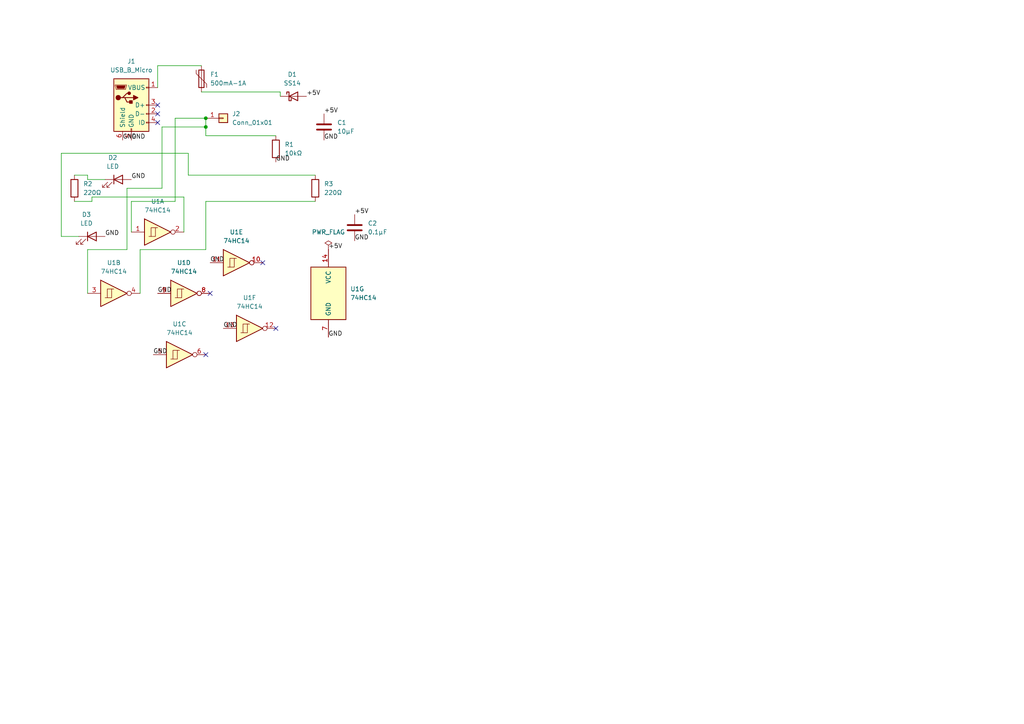
<source format=kicad_sch>
(kicad_sch (version 20231120) (generator "eeschema") (generator_version "8.0")
  (paper "A4")
  (lib_symbols
    (symbol "74xx:74HC14" (pin_names (offset 1.016))
      (property "Reference" "U" (at 0 1.27 0))
      (property "Value" "74HC14" (at 0 -1.27 0))
      (symbol "74HC14_1_0"
        (polyline (pts (xy -3.81 3.81) (xy -3.81 -3.81) (xy 3.81 0) (xy -3.81 3.81)) (stroke (width 0.254)) (fill (type background)))
        (pin input line (at -7.62 0 0) (length 3.81) (name "~") (number "1"))
        (pin output inverted (at 7.62 0 180) (length 3.81) (name "~") (number "2"))
      )
      (symbol "74HC14_1_1"
        (polyline (pts (xy -1.905 -1.27) (xy -1.905 1.27) (xy -0.635 1.27)))
        (polyline (pts (xy -2.54 -1.27) (xy -0.635 -1.27) (xy -0.635 1.27) (xy 0 1.27)))
      )
      (symbol "74HC14_2_0"
        (polyline (pts (xy -3.81 3.81) (xy -3.81 -3.81) (xy 3.81 0) (xy -3.81 3.81)) (stroke (width 0.254)) (fill (type background)))
        (pin input line (at -7.62 0 0) (length 3.81) (name "~") (number "3"))
        (pin output inverted (at 7.62 0 180) (length 3.81) (name "~") (number "4"))
      )
      (symbol "74HC14_2_1"
        (polyline (pts (xy -1.905 -1.27) (xy -1.905 1.27) (xy -0.635 1.27)))
        (polyline (pts (xy -2.54 -1.27) (xy -0.635 -1.27) (xy -0.635 1.27) (xy 0 1.27)))
      )
      (symbol "74HC14_3_0"
        (polyline (pts (xy -3.81 3.81) (xy -3.81 -3.81) (xy 3.81 0) (xy -3.81 3.81)) (stroke (width 0.254)) (fill (type background)))
        (pin input line (at -7.62 0 0) (length 3.81) (name "~") (number "5"))
        (pin output inverted (at 7.62 0 180) (length 3.81) (name "~") (number "6"))
      )
      (symbol "74HC14_3_1"
        (polyline (pts (xy -1.905 -1.27) (xy -1.905 1.27) (xy -0.635 1.27)))
        (polyline (pts (xy -2.54 -1.27) (xy -0.635 -1.27) (xy -0.635 1.27) (xy 0 1.27)))
      )
      (symbol "74HC14_4_0"
        (polyline (pts (xy -3.81 3.81) (xy -3.81 -3.81) (xy 3.81 0) (xy -3.81 3.81)) (stroke (width 0.254)) (fill (type background)))
        (pin output inverted (at 7.62 0 180) (length 3.81) (name "~") (number "8"))
        (pin input line (at -7.62 0 0) (length 3.81) (name "~") (number "9"))
      )
      (symbol "74HC14_4_1"
        (polyline (pts (xy -1.905 -1.27) (xy -1.905 1.27) (xy -0.635 1.27)))
        (polyline (pts (xy -2.54 -1.27) (xy -0.635 -1.27) (xy -0.635 1.27) (xy 0 1.27)))
      )
      (symbol "74HC14_5_0"
        (polyline (pts (xy -3.81 3.81) (xy -3.81 -3.81) (xy 3.81 0) (xy -3.81 3.81)) (stroke (width 0.254)) (fill (type background)))
        (pin output inverted (at 7.62 0 180) (length 3.81) (name "~") (number "10"))
        (pin input line (at -7.62 0 0) (length 3.81) (name "~") (number "11"))
      )
      (symbol "74HC14_5_1"
        (polyline (pts (xy -1.905 -1.27) (xy -1.905 1.27) (xy -0.635 1.27)))
        (polyline (pts (xy -2.54 -1.27) (xy -0.635 -1.27) (xy -0.635 1.27) (xy 0 1.27)))
      )
      (symbol "74HC14_6_0"
        (polyline (pts (xy -3.81 3.81) (xy -3.81 -3.81) (xy 3.81 0) (xy -3.81 3.81)) (stroke (width 0.254)) (fill (type background)))
        (pin output inverted (at 7.62 0 180) (length 3.81) (name "~") (number "12"))
        (pin input line (at -7.62 0 0) (length 3.81) (name "~") (number "13"))
      )
      (symbol "74HC14_6_1"
        (polyline (pts (xy -1.905 -1.27) (xy -1.905 1.27) (xy -0.635 1.27)))
        (polyline (pts (xy -2.54 -1.27) (xy -0.635 -1.27) (xy -0.635 1.27) (xy 0 1.27)))
      )
      (symbol "74HC14_7_0"
        (pin power_in line (at 0 12.7 270) (length 5.08) (name "VCC") (number "14"))
        (pin power_in line (at 0 -12.7 90) (length 5.08) (name "GND") (number "7"))
      )
      (symbol "74HC14_7_1"
        (rectangle (start -5.08 7.62) (end 5.08 -7.62) (stroke (width 0.254)) (fill (type background)))
      )
    )
    (symbol "Connector:USB_B_Micro" (pin_names (offset 1.016))
      (property "Reference" "J" (at -5.08 11.43 0))
      (property "Value" "USB_B_Micro" (at -5.08 8.89 0))
      (symbol "USB_B_Micro_0_1"
        (rectangle (start -5.08 -7.62) (end 5.08 7.62) (stroke (width 0.254)) (fill (type background)))
        (circle (center -3.81 2.159) (radius 0.635) (stroke (width 0.254)) (fill (type outline)))
        (circle (center -0.635 3.429) (radius 0.381) (stroke (width 0.254)) (fill (type outline)))
        (rectangle (start -0.127 -7.62) (end 0.127 -6.858))
        (polyline (pts (xy -1.905 2.159) (xy 0.635 2.159)) (stroke (width 0.254)))
        (polyline (pts (xy -3.175 2.159) (xy -2.54 2.159) (xy -1.27 3.429) (xy -0.635 3.429)) (stroke (width 0.254)))
        (polyline (pts (xy -2.54 2.159) (xy -1.905 2.159) (xy -1.27 0.889) (xy 0 0.889)) (stroke (width 0.254)))
        (polyline (pts (xy 0.635 2.794) (xy 0.635 1.524) (xy 1.905 2.159) (xy 0.635 2.794)) (stroke (width 0.254)) (fill (type outline)))
        (polyline (pts (xy -4.318 5.588) (xy -1.778 5.588) (xy -2.032 4.826) (xy -4.064 4.826) (xy -4.318 5.588)) (fill (type outline)))
        (polyline (pts (xy -4.699 5.842) (xy -4.699 5.588) (xy -4.445 4.826) (xy -4.445 4.572) (xy -1.651 4.572) (xy -1.651 4.826) (xy -1.397 5.588) (xy -1.397 5.842) (xy -4.699 5.842)))
        (rectangle (start 0.254 1.27) (end -0.508 0.508) (stroke (width 0.254)) (fill (type outline)))
        (rectangle (start 5.08 -5.207) (end 4.318 -4.953))
        (rectangle (start 5.08 -2.667) (end 4.318 -2.413))
        (rectangle (start 5.08 -0.127) (end 4.318 0.127))
        (rectangle (start 5.08 4.953) (end 4.318 5.207))
      )
      (symbol "USB_B_Micro_1_1"
        (pin power_out line (at 7.62 5.08 180) (length 2.54) (name "VBUS") (number "1"))
        (pin bidirectional line (at 7.62 -2.54 180) (length 2.54) (name "D-") (number "2"))
        (pin bidirectional line (at 7.62 0 180) (length 2.54) (name "D+") (number "3"))
        (pin passive line (at 7.62 -5.08 180) (length 2.54) (name "ID") (number "4"))
        (pin power_out line (at 0 -10.16 90) (length 2.54) (name "GND") (number "5"))
        (pin passive line (at -2.54 -10.16 90) (length 2.54) (name "Shield") (number "6"))
      )
    )
    (symbol "Connector_Generic:Conn_01x01" (pin_names (offset 1.016) hide)
      (property "Reference" "J" (at 0 2.54 0))
      (property "Value" "Conn_01x01" (at 0 -2.54 0))
      (symbol "Conn_01x01_1_1"
        (rectangle (start -1.27 0.127) (end 0 -0.127) (stroke (width 0.1524)))
        (rectangle (start -1.27 1.27) (end 1.27 -1.27) (stroke (width 0.254)) (fill (type background)))
        (pin passive line (at -5.08 0 0) (length 3.81) (name "Pin_1") (number "1"))
      )
    )
    (symbol "Device:C" (pin_numbers hide) (pin_names (offset 0.254))
      (property "Reference" "C" (at 0.635 2.54 0))
      (property "Value" "C" (at 0.635 -2.54 0))
      (symbol "C_0_1"
        (polyline (pts (xy -2.032 -0.762) (xy 2.032 -0.762)) (stroke (width 0.508)))
        (polyline (pts (xy -2.032 0.762) (xy 2.032 0.762)) (stroke (width 0.508)))
      )
      (symbol "C_1_1"
        (pin passive line (at 0 3.81 270) (length 2.794) (name "~") (number "1"))
        (pin passive line (at 0 -3.81 90) (length 2.794) (name "~") (number "2"))
      )
    )
    (symbol "Device:D_Schottky" (pin_numbers hide) (pin_names (offset 1.016) hide)
      (property "Reference" "D" (at 0 2.54 0))
      (property "Value" "D_Schottky" (at 0 -2.54 0))
      (symbol "D_Schottky_0_1"
        (polyline (pts (xy 1.27 0) (xy -1.27 0)))
        (polyline (pts (xy 1.27 1.27) (xy 1.27 -1.27) (xy -1.27 0) (xy 1.27 1.27)) (stroke (width 0.254)))
        (polyline (pts (xy -1.905 0.635) (xy -1.905 1.27) (xy -1.27 1.27) (xy -1.27 -1.27) (xy -0.635 -1.27) (xy -0.635 -0.635)) (stroke (width 0.254)))
      )
      (symbol "D_Schottky_1_1"
        (pin passive line (at -3.81 0 0) (length 2.54) (name "K") (number "1"))
        (pin passive line (at 3.81 0 180) (length 2.54) (name "A") (number "2"))
      )
    )
    (symbol "Device:LED" (pin_numbers hide) (pin_names (offset 1.016) hide)
      (property "Reference" "D" (at 0 2.54 0))
      (property "Value" "LED" (at 0 -2.54 0))
      (symbol "LED_0_1"
        (polyline (pts (xy -1.27 -1.27) (xy -1.27 1.27)) (stroke (width 0.254)))
        (polyline (pts (xy -1.27 0) (xy 1.27 0)))
        (polyline (pts (xy 1.27 -1.27) (xy 1.27 1.27) (xy -1.27 0) (xy 1.27 -1.27)) (stroke (width 0.254)))
        (polyline (pts (xy -3.048 -0.762) (xy -4.572 -2.286) (xy -3.81 -2.286) (xy -4.572 -2.286) (xy -4.572 -1.524)))
        (polyline (pts (xy -1.778 -0.762) (xy -3.302 -2.286) (xy -2.54 -2.286) (xy -3.302 -2.286) (xy -3.302 -1.524)))
      )
      (symbol "LED_1_1"
        (pin passive line (at -3.81 0 0) (length 2.54) (name "K") (number "1"))
        (pin passive line (at 3.81 0 180) (length 2.54) (name "A") (number "2"))
      )
    )
    (symbol "Device:Polyfuse" (pin_numbers hide) (pin_names (offset 0))
      (property "Reference" "F" (at -2.54 0 90))
      (property "Value" "Polyfuse" (at 2.54 0 90))
      (symbol "Polyfuse_0_1"
        (rectangle (start -0.762 2.54) (end 0.762 -2.54) (stroke (width 0.254)))
        (polyline (pts (xy 0 2.54) (xy 0 -2.54)))
        (polyline (pts (xy -1.524 2.54) (xy -1.524 1.524) (xy 1.524 -1.524) (xy 1.524 -2.54)))
      )
      (symbol "Polyfuse_1_1"
        (pin passive line (at 0 3.81 270) (length 1.27) (name "~") (number "1"))
        (pin passive line (at 0 -3.81 90) (length 1.27) (name "~") (number "2"))
      )
    )
    (symbol "Device:R" (pin_numbers hide) (pin_names (offset 0))
      (property "Reference" "R" (at 2.032 0 90))
      (property "Value" "R" (at 0 0 90))
      (symbol "R_0_1"
        (rectangle (start -1.016 -2.54) (end 1.016 2.54) (stroke (width 0.254)))
      )
      (symbol "R_1_1"
        (pin passive line (at 0 3.81 270) (length 1.27) (name "~") (number "1"))
        (pin passive line (at 0 -3.81 90) (length 1.27) (name "~") (number "2"))
      )
    )
    (symbol "power:PWR_FLAG" (power) (pin_numbers hide) (pin_names (offset 0) hide)
      (property "Value" "PWR_FLAG" (at 0 3.81 0))
      (symbol "PWR_FLAG_0_0"
        (pin power_out line (at 0 0 90) (length 0) (name "~") (number "1"))
      )
      (symbol "PWR_FLAG_0_1"
        (polyline (pts (xy 0 0) (xy 0 1.27) (xy -1.016 1.905) (xy 0 2.54) (xy 1.016 1.905) (xy 0 1.27)))
      )
    )
  )
  (junction (at 59.69 36.83))
  (junction (at 59.69 34.29))
  (no_connect (at 45.72 30.48))
  (no_connect (at 45.72 35.56))
  (no_connect (at 60.96 85.09))
  (no_connect (at 76.2 76.2))
  (no_connect (at 80.01 95.25))
  (no_connect (at 59.69 102.87))
  (no_connect (at 45.72 33.02))
  (wire (pts (xy 59.69 34.29) (xy 59.69 36.83)))
  (wire (pts (xy 54.61 44.45) (xy 17.78 44.45)))
  (wire (pts (xy 46.99 54.61) (xy 46.99 36.83)))
  (wire (pts (xy 36.83 72.39) (xy 36.83 54.61)))
  (wire (pts (xy 26.67 58.42) (xy 21.59 58.42)))
  (wire (pts (xy 30.48 52.07) (xy 25.4 52.07)))
  (wire (pts (xy 40.64 72.39) (xy 59.69 72.39)))
  (wire (pts (xy 59.69 36.83) (xy 59.69 39.37)))
  (wire (pts (xy 26.67 57.15) (xy 26.67 58.42)))
  (wire (pts (xy 25.4 50.8) (xy 21.59 50.8)))
  (wire (pts (xy 25.4 85.09) (xy 25.4 72.39)))
  (wire (pts (xy 59.69 72.39) (xy 59.69 58.42)))
  (wire (pts (xy 45.72 25.4) (xy 45.72 19.05)))
  (wire (pts (xy 25.4 72.39) (xy 36.83 72.39)))
  (wire (pts (xy 17.78 68.58) (xy 22.86 68.58)))
  (wire (pts (xy 81.28 26.67) (xy 81.28 27.94)))
  (wire (pts (xy 59.69 39.37) (xy 80.01 39.37)))
  (wire (pts (xy 53.34 57.15) (xy 26.67 57.15)))
  (wire (pts (xy 54.61 50.8) (xy 54.61 44.45)))
  (wire (pts (xy 40.64 85.09) (xy 40.64 72.39)))
  (wire (pts (xy 36.83 54.61) (xy 46.99 54.61)))
  (wire (pts (xy 38.1 58.42) (xy 38.1 67.31)))
  (wire (pts (xy 25.4 52.07) (xy 25.4 50.8)))
  (wire (pts (xy 59.69 58.42) (xy 91.44 58.42)))
  (wire (pts (xy 53.34 67.31) (xy 53.34 57.15)))
  (wire (pts (xy 59.69 34.29) (xy 50.8 34.29)))
  (wire (pts (xy 50.8 58.42) (xy 38.1 58.42)))
  (wire (pts (xy 46.99 36.83) (xy 59.69 36.83)))
  (wire (pts (xy 50.8 34.29) (xy 50.8 58.42)))
  (wire (pts (xy 45.72 19.05) (xy 58.42 19.05)))
  (wire (pts (xy 17.78 44.45) (xy 17.78 68.58)))
  (wire (pts (xy 91.44 50.8) (xy 54.61 50.8)))
  (wire (pts (xy 58.42 26.67) (xy 81.28 26.67)))
  (label "GND" (at 44.45 102.87 0))
  (label "+5V" (at 95.25 72.39 0))
  (label "GND" (at 45.72 85.09 0))
  (label "GND" (at 35.56 40.64 0))
  (label "GND" (at 95.25 97.79 0))
  (label "GND" (at 60.96 76.2 0))
  (label "GND" (at 64.77 95.25 0))
  (label "GND" (at 38.1 40.64 0))
  (label "GND" (at 93.98 40.64 0))
  (label "GND" (at 80.01 46.99 0))
  (label "+5V" (at 102.87 62.23 0))
  (label "GND" (at 102.87 69.85 0))
  (label "GND" (at 38.1 52.07 0))
  (label "+5V" (at 88.9 27.94 0))
  (label "+5V" (at 93.98 33.02 0))
  (label "GND" (at 30.48 68.58 0))
  (symbol (lib_id "Device:R") (at 91.44 54.61 0) (unit 1)
    (property "Reference" "R3" (at 93.98 53.3399 0) (effects (justify left)))
    (property "Value" "220Ω" (at 93.98 55.8799 0) (effects (justify left)))
    (property "Footprint" "Resistor_SMD:R_0603_1608Metric" (effects (hide yes)))
    (property "Description" "Resistor" (effects (hide yes)))
  )
  (symbol (lib_id "Device:LED") (at 26.67 68.58 0) (unit 1)
    (property "Reference" "D3" (at 25.0825 62.23 0))
    (property "Value" "LED" (at 25.0825 64.77 0))
    (property "Footprint" "LED_SMD:LED_0603_1608Metric" (effects (hide yes)))
    (property "Description" "Light emitting diode" (effects (hide yes)))
  )
  (symbol (lib_id "Device:R") (at 21.59 54.61 0) (unit 1)
    (property "Reference" "R2" (at 24.13 53.3399 0) (effects (justify left)))
    (property "Value" "220Ω" (at 24.13 55.8799 0) (effects (justify left)))
    (property "Footprint" "Resistor_SMD:R_0603_1608Metric" (effects (hide yes)))
    (property "Description" "Resistor" (effects (hide yes)))
  )
  (symbol (lib_id "74xx:74HC14") (at 33.02 85.09 0) (unit 2)
    (property "Reference" "U1" (at 33.02 76.2 0))
    (property "Value" "74HC14" (at 33.02 78.74 0))
    (property "Footprint" "Package_SO:SOIC-14_3.9x8.7mm_P1.27mm" (effects (hide yes)))
    (property "Datasheet" "http://www.ti.com/lit/gpn/sn74HC14" (effects (hide yes)))
    (property "Description" "Hex inverter schmitt trigger" (effects (hide yes)))
  )
  (symbol (lib_id "74xx:74HC14") (at 52.07 102.87 0) (unit 3)
    (property "Reference" "U1" (at 52.07 93.98 0))
    (property "Value" "74HC14" (at 52.07 96.52 0))
    (property "Footprint" "Package_SO:SOIC-14_3.9x8.7mm_P1.27mm" (effects (hide yes)))
    (property "Datasheet" "http://www.ti.com/lit/gpn/sn74HC14" (effects (hide yes)))
    (property "Description" "Hex inverter schmitt trigger" (effects (hide yes)))
  )
  (symbol (lib_id "74xx:74HC14") (at 95.25 85.09 0) (unit 7)
    (property "Reference" "U1" (at 101.6 83.8199 0) (effects (justify left)))
    (property "Value" "74HC14" (at 101.6 86.3599 0) (effects (justify left)))
    (property "Footprint" "Package_SO:SOIC-14_3.9x8.7mm_P1.27mm" (effects (hide yes)))
    (property "Datasheet" "http://www.ti.com/lit/gpn/sn74HC14" (effects (hide yes)))
    (property "Description" "Hex inverter schmitt trigger" (effects (hide yes)))
  )
  (symbol (lib_id "power:PWR_FLAG") (at 95.25 72.39 0) (unit 1)
    (property "Reference" "#FLG01" (effects (hide yes)))
    (property "Value" "PWR_FLAG" (at 95.25 67.31 0))
    (property "Description" "Special symbol for telling ERC where power comes from" (effects (hide yes)))
  )
  (symbol (lib_id "Connector:USB_B_Micro") (at 38.1 30.48 0) (unit 1)
    (property "Reference" "J1" (at 38.1 17.78 0))
    (property "Value" "USB_B_Micro" (at 38.1 20.32 0))
    (property "Footprint" "Connector_USB:USB_Micro-B_Molex-105017-0001" (effects (hide yes)))
    (property "Description" "USB Micro Type B connector" (effects (hide yes)))
  )
  (symbol (lib_id "Device:R") (at 80.01 43.18 0) (unit 1)
    (property "Reference" "R1" (at 82.55 41.9099 0) (effects (justify left)))
    (property "Value" "10kΩ" (at 82.55 44.4499 0) (effects (justify left)))
    (property "Footprint" "Resistor_SMD:R_0603_1608Metric" (effects (hide yes)))
    (property "Description" "Resistor" (effects (hide yes)))
  )
  (symbol (lib_id "Device:Polyfuse") (at 58.42 22.86 0) (unit 1)
    (property "Reference" "F1" (at 60.96 21.5899 0) (effects (justify left)))
    (property "Value" "500mA-1A" (at 60.96 24.1299 0) (effects (justify left)))
    (property "Footprint" "Fuse:Fuse_1206_3216Metric" (effects (hide yes)))
    (property "Description" "Resettable fuse, polymeric positive temperature coefficient" (effects (hide yes)))
  )
  (symbol (lib_id "74xx:74HC14") (at 45.72 67.31 0) (unit 1)
    (property "Reference" "U1" (at 45.72 58.42 0))
    (property "Value" "74HC14" (at 45.72 60.96 0))
    (property "Footprint" "Package_SO:SOIC-14_3.9x8.7mm_P1.27mm" (effects (hide yes)))
    (property "Datasheet" "http://www.ti.com/lit/gpn/sn74HC14" (effects (hide yes)))
    (property "Description" "Hex inverter schmitt trigger" (effects (hide yes)))
  )
  (symbol (lib_id "Device:D_Schottky") (at 85.09 27.94 0) (unit 1)
    (property "Reference" "D1" (at 84.7725 21.59 0))
    (property "Value" "SS14" (at 84.7725 24.13 0))
    (property "Footprint" "Diode_SMD:D_SMA" (effects (hide yes)))
    (property "Description" "Schottky diode" (effects (hide yes)))
  )
  (symbol (lib_id "74xx:74HC14") (at 53.34 85.09 0) (unit 4)
    (property "Reference" "U1" (at 53.34 76.2 0))
    (property "Value" "74HC14" (at 53.34 78.74 0))
    (property "Footprint" "Package_SO:SOIC-14_3.9x8.7mm_P1.27mm" (effects (hide yes)))
    (property "Datasheet" "http://www.ti.com/lit/gpn/sn74HC14" (effects (hide yes)))
    (property "Description" "Hex inverter schmitt trigger" (effects (hide yes)))
  )
  (symbol (lib_id "74xx:74HC14") (at 68.58 76.2 0) (unit 5)
    (property "Reference" "U1" (at 68.58 67.31 0))
    (property "Value" "74HC14" (at 68.58 69.85 0))
    (property "Footprint" "Package_SO:SOIC-14_3.9x8.7mm_P1.27mm" (effects (hide yes)))
    (property "Datasheet" "http://www.ti.com/lit/gpn/sn74HC14" (effects (hide yes)))
    (property "Description" "Hex inverter schmitt trigger" (effects (hide yes)))
  )
  (symbol (lib_id "Device:LED") (at 34.29 52.07 0) (unit 1)
    (property "Reference" "D2" (at 32.7025 45.72 0))
    (property "Value" "LED" (at 32.7025 48.26 0))
    (property "Footprint" "LED_SMD:LED_0603_1608Metric" (effects (hide yes)))
    (property "Description" "Light emitting diode" (effects (hide yes)))
  )
  (symbol (lib_id "Connector_Generic:Conn_01x01") (at 64.77 34.29 0) (unit 1)
    (property "Reference" "J2" (at 67.31 33.0199 0) (effects (justify left)))
    (property "Value" "Conn_01x01" (at 67.31 35.5599 0) (effects (justify left)))
    (property "Footprint" "Connector_PinHeader_2.54mm:PinHeader_1x01_P2.54mm_Vertical" (effects (hide yes)))
    (property "Description" "Generic connector, single row, 01x01, script generated (kicad-library-utils/schlib/autogen/connector/)" (effects (hide yes)))
  )
  (symbol (lib_id "Device:C") (at 93.98 36.83 0) (unit 1)
    (property "Reference" "C1" (at 97.79 35.5599 0) (effects (justify left)))
    (property "Value" "10µF" (at 97.79 38.0999 0) (effects (justify left)))
    (property "Footprint" "Capacitor_SMD:C_0603_1608Metric" (effects (hide yes)))
    (property "Description" "Unpolarized capacitor" (effects (hide yes)))
  )
  (symbol (lib_id "Device:C") (at 102.87 66.04 0) (unit 1)
    (property "Reference" "C2" (at 106.68 64.7699 0) (effects (justify left)))
    (property "Value" "0.1µF" (at 106.68 67.3099 0) (effects (justify left)))
    (property "Footprint" "Capacitor_SMD:C_0603_1608Metric" (effects (hide yes)))
    (property "Description" "Unpolarized capacitor" (effects (hide yes)))
  )
  (symbol (lib_id "74xx:74HC14") (at 72.39 95.25 0) (unit 6)
    (property "Reference" "U1" (at 72.39 86.36 0))
    (property "Value" "74HC14" (at 72.39 88.9 0))
    (property "Footprint" "Package_SO:SOIC-14_3.9x8.7mm_P1.27mm" (effects (hide yes)))
    (property "Datasheet" "http://www.ti.com/lit/gpn/sn74HC14" (effects (hide yes)))
    (property "Description" "Hex inverter schmitt trigger" (effects (hide yes)))
  )
)
</source>
